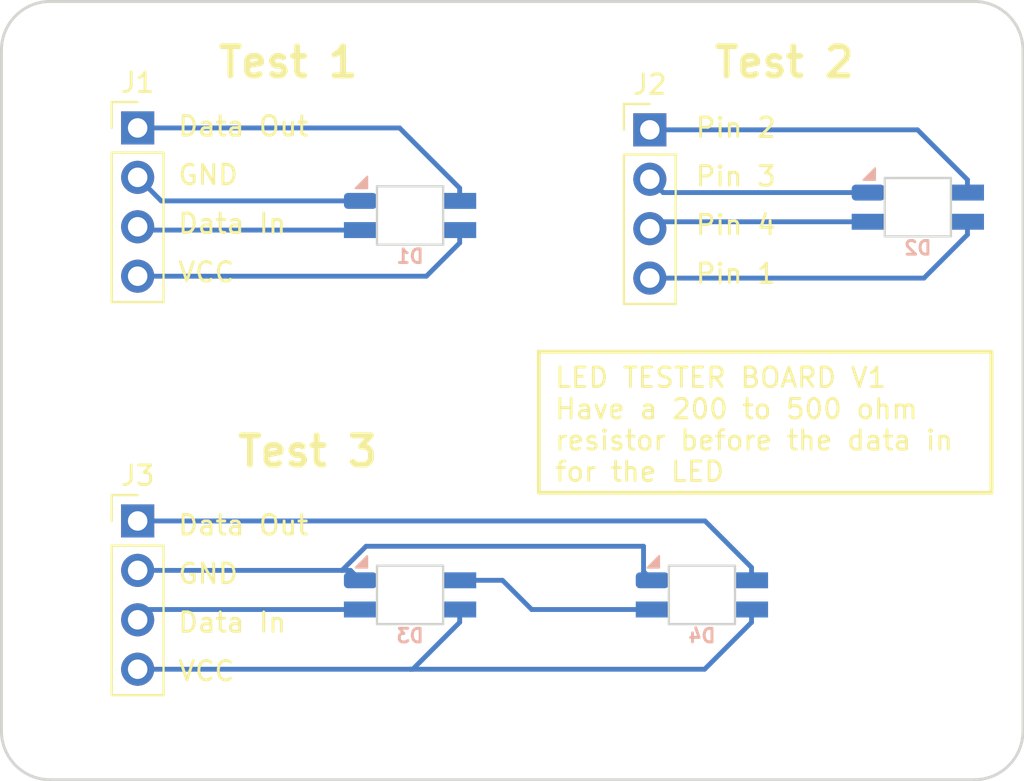
<source format=kicad_pcb>
(kicad_pcb (version 20221018) (generator pcbnew)
  (layers (0 "F.Cu" signal) (31 "B.Cu" signal) (34 "B.Paste" user) (35 "F.Paste" user) (36 "B.SilkS" user "B.Silkscreen") (37 "F.SilkS" user "F.Silkscreen") (38 "B.Mask" user) (39 "F.Mask" user) (44 "Edge.Cuts" user))
  (net 0 "")
  (net 1 "Net-(D1-VDD)")
  (net 2 "Net-(D1-DOUT)")
  (net 3 "Net-(D1-DIN)")
  (net 4 "Net-(D1-GND)")
  (net 5 "Net-(D2-VDD)")
  (net 6 "Net-(D2-DOUT)")
  (net 7 "Net-(D2-DIN)")
  (net 8 "Net-(D2-GND)")
  (net 9 "Net-(D3-VDD)")
  (net 10 "Net-(D3-DOUT)")
  (net 11 "Net-(D3-DIN)")
  (net 12 "Net-(D3-GND)")
  (net 13 "Net-(D4-DOUT)")
  (footprint "Connector_PinHeader_2.54mm:PinHeader_1x04_P2.54mm_Vertical" (layer "F.Cu") (at 62 61.7)
    (fp_text reference "J3" (at 0 -2.33) (layer "F.SilkS"))
    (fp_text value "Conn_01x04")
    (fp_line (start -1.33 -1.33) (end 0 -1.33) (stroke (width 0.12)) (layer "F.SilkS"))
    (fp_line (start -1.33 0) (end -1.33 -1.33) (stroke (width 0.12)) (layer "F.SilkS"))
    (fp_line (start -1.33 1.27) (end -1.33 8.95) (stroke (width 0.12)) (layer "F.SilkS"))
    (fp_line (start -1.33 1.27) (end 1.33 1.27) (stroke (width 0.12)) (layer "F.SilkS"))
    (fp_line (start -1.33 8.95) (end 1.33 8.95) (stroke (width 0.12)) (layer "F.SilkS"))
    (fp_line (start 1.33 1.27) (end 1.33 8.95) (stroke (width 0.12)) (layer "F.SilkS"))
    (pad "1" thru_hole rect (at 0 0) (size 1.7 1.7) (drill 1) (layers "*.Cu" "*.Mask") (net 13 "Net-(D4-DOUT)"))
    (pad "2" thru_hole oval (at 0 2.54) (size 1.7 1.7) (drill 1) (layers "*.Cu" "*.Mask") (net 12 "Net-(D3-GND)"))
    (pad "3" thru_hole oval (at 0 5.08) (size 1.7 1.7) (drill 1) (layers "*.Cu" "*.Mask") (net 11 "Net-(D3-DIN)"))
    (pad "4" thru_hole oval (at 0 7.62) (size 1.7 1.7) (drill 1) (layers "*.Cu" "*.Mask") (net 9 "Net-(D3-VDD)"))
  )
  (footprint "Connector_PinHeader_2.54mm:PinHeader_1x04_P2.54mm_Vertical" (layer "F.Cu") (at 62 41.5)
    (fp_text reference "J1" (at 0 -2.33) (layer "F.SilkS"))
    (fp_text value "Conn_01x04")
    (fp_line (start -1.33 -1.33) (end 0 -1.33) (stroke (width 0.12)) (layer "F.SilkS"))
    (fp_line (start -1.33 0) (end -1.33 -1.33) (stroke (width 0.12)) (layer "F.SilkS"))
    (fp_line (start -1.33 1.27) (end -1.33 8.95) (stroke (width 0.12)) (layer "F.SilkS"))
    (fp_line (start -1.33 1.27) (end 1.33 1.27) (stroke (width 0.12)) (layer "F.SilkS"))
    (fp_line (start -1.33 8.95) (end 1.33 8.95) (stroke (width 0.12)) (layer "F.SilkS"))
    (fp_line (start 1.33 1.27) (end 1.33 8.95) (stroke (width 0.12)) (layer "F.SilkS"))
    (pad "1" thru_hole rect (at 0 0) (size 1.7 1.7) (drill 1) (layers "*.Cu" "*.Mask") (net 2 "Net-(D1-DOUT)"))
    (pad "2" thru_hole oval (at 0 2.54) (size 1.7 1.7) (drill 1) (layers "*.Cu" "*.Mask") (net 4 "Net-(D1-GND)"))
    (pad "3" thru_hole oval (at 0 5.08) (size 1.7 1.7) (drill 1) (layers "*.Cu" "*.Mask") (net 3 "Net-(D1-DIN)"))
    (pad "4" thru_hole oval (at 0 7.62) (size 1.7 1.7) (drill 1) (layers "*.Cu" "*.Mask") (net 1 "Net-(D1-VDD)"))
  )
  (footprint "Connector_PinHeader_2.54mm:PinHeader_1x04_P2.54mm_Vertical" (layer "F.Cu") (at 88.3225 41.5975)
    (fp_text reference "J2" (at 0 -2.33) (layer "F.SilkS"))
    (fp_text value "Conn_01x04")
    (fp_line (start -1.33 -1.33) (end 0 -1.33) (stroke (width 0.12)) (layer "F.SilkS"))
    (fp_line (start -1.33 0) (end -1.33 -1.33) (stroke (width 0.12)) (layer "F.SilkS"))
    (fp_line (start -1.33 1.27) (end -1.33 8.95) (stroke (width 0.12)) (layer "F.SilkS"))
    (fp_line (start -1.33 1.27) (end 1.33 1.27) (stroke (width 0.12)) (layer "F.SilkS"))
    (fp_line (start -1.33 8.95) (end 1.33 8.95) (stroke (width 0.12)) (layer "F.SilkS"))
    (fp_line (start 1.33 1.27) (end 1.33 8.95) (stroke (width 0.12)) (layer "F.SilkS"))
    (pad "1" thru_hole rect (at 0 0) (size 1.7 1.7) (drill 1) (layers "*.Cu" "*.Mask") (net 6 "Net-(D2-DOUT)"))
    (pad "2" thru_hole oval (at 0 2.54) (size 1.7 1.7) (drill 1) (layers "*.Cu" "*.Mask") (net 8 "Net-(D2-GND)"))
    (pad "3" thru_hole oval (at 0 5.08) (size 1.7 1.7) (drill 1) (layers "*.Cu" "*.Mask") (net 7 "Net-(D2-DIN)"))
    (pad "4" thru_hole oval (at 0 7.62) (size 1.7 1.7) (drill 1) (layers "*.Cu" "*.Mask") (net 5 "Net-(D2-VDD)"))
  )
  (footprint "ScottoKeebs_Components:LED_SK6812MINI-E" (layer "B.Cu") (at 91 65.5 180)
    (fp_text reference "D4" (at 0 -2.1 unlocked) (layer "B.SilkS") (effects (font (size 0.7 0.7)) (justify mirror)))
    (fp_text value "LED_SK6812MINI-E" hide)
    (fp_poly (pts (xy 2.8 1.4) (xy 2.2 1.4) (xy 2.2 2)) (stroke (width 0.1)) (fill solid) (layer "B.SilkS"))
    (fp_line (start -1.7 -1.5) (end -1.7 1.5) (stroke (width 0.12)) (layer "Edge.Cuts"))
    (fp_line (start -1.7 1.5) (end 1.7 1.5) (stroke (width 0.12)) (layer "Edge.Cuts"))
    (fp_line (start 1.7 -1.5) (end -1.7 -1.5) (stroke (width 0.12)) (layer "Edge.Cuts"))
    (fp_line (start 1.7 1.5) (end 1.7 -1.5) (stroke (width 0.12)) (layer "Edge.Cuts"))
    (pad "1" smd rect (at -2.55 -0.75 180) (size 1.7 0.82) (layers "B.Cu" "B.Paste" "B.Mask") (net 9 "Net-(D3-VDD)"))
    (pad "2" smd rect (at -2.55 0.75 180) (size 1.7 0.82) (layers "B.Cu" "B.Paste" "B.Mask") (net 13 "Net-(D4-DOUT)"))
    (pad "3" smd roundrect (at 2.55 0.75 180) (size 1.7 0.82) (layers "B.Cu" "B.Paste" "B.Mask") (net 12 "Net-(D3-GND)"))
    (pad "4" smd rect (at 2.55 -0.75 180) (size 1.7 0.82) (layers "B.Cu" "B.Paste" "B.Mask") (net 10 "Net-(D3-DOUT)"))
  )
  (footprint "ScottoKeebs_Components:LED_SK6812MINI-E" (layer "B.Cu") (at 76 65.5 180)
    (fp_text reference "D3" (at 0 -2.1 unlocked) (layer "B.SilkS") (effects (font (size 0.7 0.7)) (justify mirror)))
    (fp_text value "LED_SK6812MINI-E" hide)
    (fp_poly (pts (xy 2.8 1.4) (xy 2.2 1.4) (xy 2.2 2)) (stroke (width 0.1)) (fill solid) (layer "B.SilkS"))
    (fp_line (start -1.7 -1.5) (end -1.7 1.5) (stroke (width 0.12)) (layer "Edge.Cuts"))
    (fp_line (start -1.7 1.5) (end 1.7 1.5) (stroke (width 0.12)) (layer "Edge.Cuts"))
    (fp_line (start 1.7 -1.5) (end -1.7 -1.5) (stroke (width 0.12)) (layer "Edge.Cuts"))
    (fp_line (start 1.7 1.5) (end 1.7 -1.5) (stroke (width 0.12)) (layer "Edge.Cuts"))
    (pad "1" smd rect (at -2.55 -0.75 180) (size 1.7 0.82) (layers "B.Cu" "B.Paste" "B.Mask") (net 9 "Net-(D3-VDD)"))
    (pad "2" smd rect (at -2.55 0.75 180) (size 1.7 0.82) (layers "B.Cu" "B.Paste" "B.Mask") (net 10 "Net-(D3-DOUT)"))
    (pad "3" smd roundrect (at 2.55 0.75 180) (size 1.7 0.82) (layers "B.Cu" "B.Paste" "B.Mask") (net 12 "Net-(D3-GND)"))
    (pad "4" smd rect (at 2.55 -0.75 180) (size 1.7 0.82) (layers "B.Cu" "B.Paste" "B.Mask") (net 11 "Net-(D3-DIN)"))
  )
  (footprint "ScottoKeebs_Components:LED_SK6812MINI-E" (layer "B.Cu") (at 76 46 180)
    (fp_text reference "D1" (at 0 -2.1 unlocked) (layer "B.SilkS") (effects (font (size 0.7 0.7)) (justify mirror)))
    (fp_text value "LED_SK6812MINI-E" hide)
    (fp_poly (pts (xy 2.8 1.4) (xy 2.2 1.4) (xy 2.2 2)) (stroke (width 0.1)) (fill solid) (layer "B.SilkS"))
    (fp_line (start -1.7 -1.5) (end -1.7 1.5) (stroke (width 0.12)) (layer "Edge.Cuts"))
    (fp_line (start -1.7 1.5) (end 1.7 1.5) (stroke (width 0.12)) (layer "Edge.Cuts"))
    (fp_line (start 1.7 -1.5) (end -1.7 -1.5) (stroke (width 0.12)) (layer "Edge.Cuts"))
    (fp_line (start 1.7 1.5) (end 1.7 -1.5) (stroke (width 0.12)) (layer "Edge.Cuts"))
    (pad "1" smd rect (at -2.55 -0.75 180) (size 1.7 0.82) (layers "B.Cu" "B.Paste" "B.Mask") (net 1 "Net-(D1-VDD)"))
    (pad "2" smd rect (at -2.55 0.75 180) (size 1.7 0.82) (layers "B.Cu" "B.Paste" "B.Mask") (net 2 "Net-(D1-DOUT)"))
    (pad "3" smd roundrect (at 2.55 0.75 180) (size 1.7 0.82) (layers "B.Cu" "B.Paste" "B.Mask") (net 4 "Net-(D1-GND)"))
    (pad "4" smd rect (at 2.55 -0.75 180) (size 1.7 0.82) (layers "B.Cu" "B.Paste" "B.Mask") (net 3 "Net-(D1-DIN)"))
  )
  (footprint "ScottoKeebs_Components:LED_SK6812MINI-E" (layer "B.Cu") (at 102.0975 45.5725 180)
    (fp_text reference "D2" (at 0 -2.1 unlocked) (layer "B.SilkS") (effects (font (size 0.7 0.7)) (justify mirror)))
    (fp_text value "LED_SK6812MINI-E" hide)
    (fp_poly (pts (xy 2.8 1.4) (xy 2.2 1.4) (xy 2.2 2)) (stroke (width 0.1)) (fill solid) (layer "B.SilkS"))
    (fp_line (start -1.7 -1.5) (end -1.7 1.5) (stroke (width 0.12)) (layer "Edge.Cuts"))
    (fp_line (start -1.7 1.5) (end 1.7 1.5) (stroke (width 0.12)) (layer "Edge.Cuts"))
    (fp_line (start 1.7 -1.5) (end -1.7 -1.5) (stroke (width 0.12)) (layer "Edge.Cuts"))
    (fp_line (start 1.7 1.5) (end 1.7 -1.5) (stroke (width 0.12)) (layer "Edge.Cuts"))
    (pad "1" smd rect (at -2.55 -0.75 180) (size 1.7 0.82) (layers "B.Cu" "B.Paste" "B.Mask") (net 5 "Net-(D2-VDD)"))
    (pad "2" smd rect (at -2.55 0.75 180) (size 1.7 0.82) (layers "B.Cu" "B.Paste" "B.Mask") (net 6 "Net-(D2-DOUT)"))
    (pad "3" smd roundrect (at 2.55 0.75 180) (size 1.7 0.82) (layers "B.Cu" "B.Paste" "B.Mask") (net 8 "Net-(D2-GND)"))
    (pad "4" smd rect (at 2.55 -0.75 180) (size 1.7 0.82) (layers "B.Cu" "B.Paste" "B.Mask") (net 7 "Net-(D2-DIN)"))
  )
  (gr_line (start 57.5 75) (end 105 75) (stroke (width 0.15)) (layer "Edge.Cuts"))
  (gr_arc (start 107.5 72.5) (mid 106.767767 74.267766) (end 105 75) (stroke (width 0.15)) (layer "Edge.Cuts"))
  (gr_arc (start 55 37.5) (mid 55.732233 35.732234) (end 57.5 35) (stroke (width 0.15)) (layer "Edge.Cuts"))
  (gr_arc (start 57.5 75) (mid 55.732234 74.267767) (end 55 72.5) (stroke (width 0.15)) (layer "Edge.Cuts"))
  (gr_line (start 55 37.5) (end 55 72.5) (stroke (width 0.15)) (layer "Edge.Cuts"))
  (gr_arc (start 105 35) (mid 106.767766 35.732233) (end 107.5 37.5) (stroke (width 0.15)) (layer "Edge.Cuts"))
  (gr_line (start 105 35) (end 57.5 35) (stroke (width 0.15)) (layer "Edge.Cuts"))
  (gr_line (start 107.5 72.5) (end 107.5 37.5) (stroke (width 0.15)) (layer "Edge.Cuts"))
  (gr_text "VCC" (at 64 70) (layer "F.SilkS") (effects (font (size 1 1)) (justify left bottom)))
  (gr_text "Pin 3" (at 90.5975 44.5725) (layer "F.SilkS") (effects (font (size 1 1)) (justify left bottom)))
  (gr_text "Data In" (at 64 67.5) (layer "F.SilkS") (effects (font (size 1 1)) (justify left bottom)))
  (gr_text "Test 1" (at 66 39) (layer "F.SilkS") (effects (font (size 1.5 1.5) (thickness 0.3) bold) (justify left bottom)))
  (gr_text "Data Out" (at 64 42) (layer "F.SilkS") (effects (font (size 1 1)) (justify left bottom)))
  (gr_text "Test 2" (at 91.5 39) (layer "F.SilkS") (effects (font (size 1.5 1.5) (thickness 0.3) bold) (justify left bottom)))
  (gr_text "Pin 2" (at 90.5975 42.0725) (layer "F.SilkS") (effects (font (size 1 1)) (justify left bottom)))
  (gr_text "Data Out" (at 64 62.5) (layer "F.SilkS") (effects (font (size 1 1)) (justify left bottom)))
  (gr_text "Data In" (at 64 47) (layer "F.SilkS") (effects (font (size 1 1)) (justify left bottom)))
  (gr_text "Test 3" (at 67 59) (layer "F.SilkS") (effects (font (size 1.5 1.5) (thickness 0.3) bold) (justify left bottom)))
  (gr_text "Pin 1" (at 90.5975 49.5725) (layer "F.SilkS") (effects (font (size 1 1)) (justify left bottom)))
  (gr_text "Pin 4" (at 90.5975 47.0725) (layer "F.SilkS") (effects (font (size 1 1)) (justify left bottom)))
  (gr_text "VCC" (at 64 49.5) (layer "F.SilkS") (effects (font (size 1 1)) (justify left bottom)))
  (gr_text "GND" (at 64 65) (layer "F.SilkS") (effects (font (size 1 1)) (justify left bottom)))
  (gr_text "GND" (at 64 44.5) (layer "F.SilkS") (effects (font (size 1 1)) (justify left bottom)))
  (gr_text_box "LED TESTER BOARD V1\nHave a 200 to 500 ohm resistor before the data in for the LED" (start 82.61865 53) (end 105.88135 60.25) (layer "F.SilkS") (effects (font (size 1 1)) (justify left top)) (stroke (width 0.2)))
  (segment (start 76.84 49.12) (end 62 49.12) (width 0.25) (layer "B.Cu") (net 1))
  (segment (start 78.55 47.41) (end 76.84 49.12) (width 0.25) (layer "B.Cu") (net 1))
  (segment (start 78.55 46.75) (end 78.55 47.41) (width 0.25) (layer "B.Cu") (net 1))
  (segment (start 78.55 44.59) (end 78.55 45.25) (width 0.25) (layer "B.Cu") (net 2))
  (segment (start 62 41.5) (end 75.46 41.5) (width 0.25) (layer "B.Cu") (net 2))
  (segment (start 75.46 41.5) (end 78.55 44.59) (width 0.25) (layer "B.Cu") (net 2))
  (segment (start 62.17 46.75) (end 62 46.58) (width 0.25) (layer "B.Cu") (net 3))
  (segment (start 73.45 46.75) (end 62.17 46.75) (width 0.25) (layer "B.Cu") (net 3))
  (segment (start 63.21 45.25) (end 62 44.04) (width 0.25) (layer "B.Cu") (net 4))
  (segment (start 73.45 45.25) (end 63.21 45.25) (width 0.25) (layer "B.Cu") (net 4))
  (segment (start 104.6475 46.9825) (end 104.6475 46.3225) (width 0.25) (layer "B.Cu") (net 5))
  (segment (start 88.3225 49.2175) (end 102.4125 49.2175) (width 0.25) (layer "B.Cu") (net 5))
  (segment (start 102.4125 49.2175) (end 104.6475 46.9825) (width 0.25) (layer "B.Cu") (net 5))
  (segment (start 104.6475 44.1625) (end 104.6475 44.8225) (width 0.25) (layer "B.Cu") (net 6))
  (segment (start 88.3225 41.5975) (end 102.0825 41.5975) (width 0.25) (layer "B.Cu") (net 6))
  (segment (start 102.0825 41.5975) (end 104.6475 44.1625) (width 0.25) (layer "B.Cu") (net 6))
  (segment (start 99.5475 46.3225) (end 88.6775 46.3225) (width 0.25) (layer "B.Cu") (net 7))
  (segment (start 88.6775 46.3225) (end 88.3225 46.6775) (width 0.25) (layer "B.Cu") (net 7))
  (segment (start 89.0075 44.8225) (end 88.3225 44.1375) (width 0.25) (layer "B.Cu") (net 8))
  (segment (start 99.5475 44.8225) (end 89.0075 44.8225) (width 0.25) (layer "B.Cu") (net 8))
  (segment (start 93.55 66.25) (end 93.55 66.91) (width 0.25) (layer "B.Cu") (net 9))
  (segment (start 91.14 69.32) (end 76 69.32) (width 0.25) (layer "B.Cu") (net 9))
  (segment (start 76.14 69.32) (end 78.55 66.91) (width 0.25) (layer "B.Cu") (net 9))
  (segment (start 76 69.32) (end 76.14 69.32) (width 0.25) (layer "B.Cu") (net 9))
  (segment (start 62 69.32) (end 76 69.32) (width 0.25) (layer "B.Cu") (net 9))
  (segment (start 93.55 66.91) (end 91.14 69.32) (width 0.25) (layer "B.Cu") (net 9))
  (segment (start 78.55 66.91) (end 78.55 66.25) (width 0.25) (layer "B.Cu") (net 9))
  (segment (start 88.45 66.25) (end 82.25 66.25) (width 0.25) (layer "B.Cu") (net 10))
  (segment (start 80.75 64.75) (end 78.55 64.75) (width 0.25) (layer "B.Cu") (net 10))
  (segment (start 82.25 66.25) (end 80.75 64.75) (width 0.25) (layer "B.Cu") (net 10))
  (segment (start 62.53 66.25) (end 62 66.78) (width 0.25) (layer "B.Cu") (net 11))
  (segment (start 73.45 66.25) (end 62.53 66.25) (width 0.25) (layer "B.Cu") (net 11))
  (segment (start 72.5 64.24) (end 73.74 63) (width 0.25) (layer "B.Cu") (net 12))
  (segment (start 72.94 64.24) (end 73.45 64.75) (width 0.25) (layer "B.Cu") (net 12))
  (segment (start 62 64.24) (end 72.5 64.24) (width 0.25) (layer "B.Cu") (net 12))
  (segment (start 73.74 63) (end 88 63) (width 0.25) (layer "B.Cu") (net 12))
  (segment (start 88 64.3) (end 88.45 64.75) (width 0.25) (layer "B.Cu") (net 12))
  (segment (start 72.5 64.24) (end 72.94 64.24) (width 0.25) (layer "B.Cu") (net 12))
  (segment (start 88 63) (end 88 64.3) (width 0.25) (layer "B.Cu") (net 12))
  (segment (start 93.55 64.09) (end 91.16 61.7) (width 0.25) (layer "B.Cu") (net 13))
  (segment (start 91.16 61.7) (end 62 61.7) (width 0.25) (layer "B.Cu") (net 13))
  (segment (start 93.55 64.75) (end 93.55 64.09) (width 0.25) (layer "B.Cu") (net 13))
)
</source>
